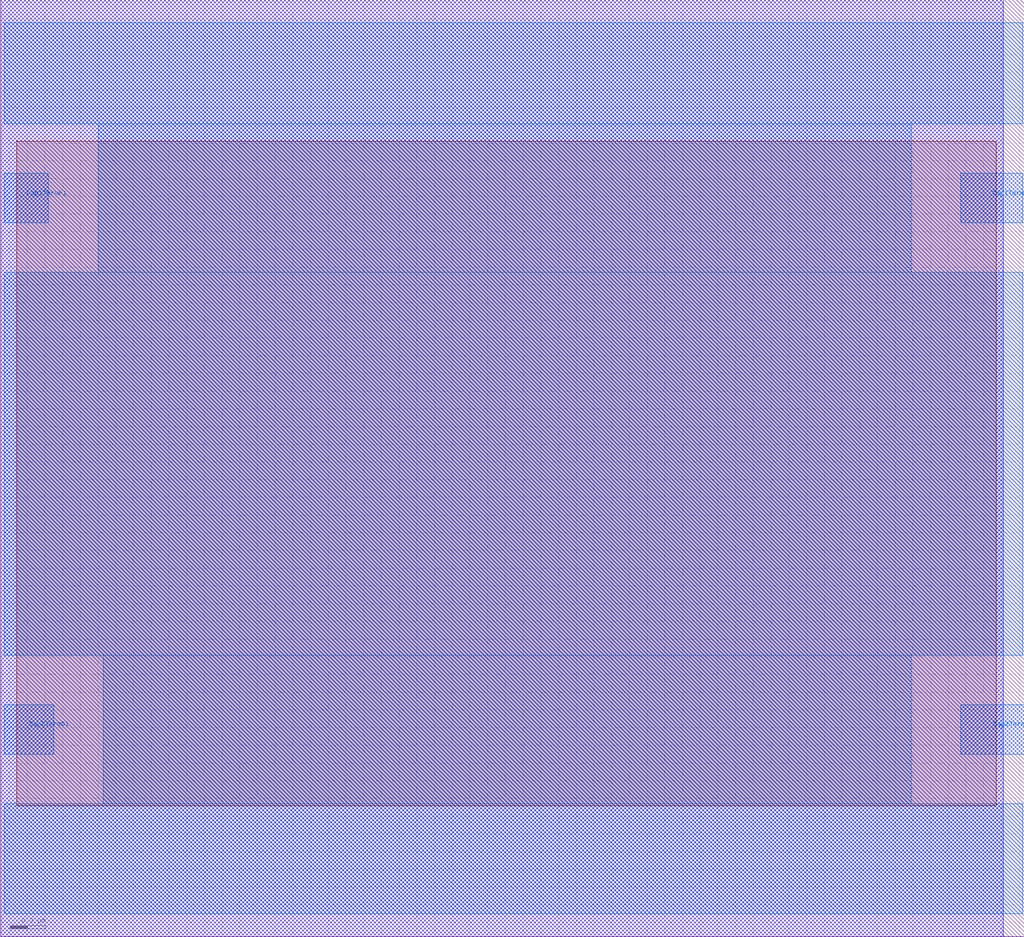
<source format=lef>
VERSION 5.7 ;
  NOWIREEXTENSIONATPIN ON ;
  DIVIDERCHAR "/" ;
  BUSBITCHARS "[]" ;
UNITS
  DATABASE MICRONS 200 ;
END UNITS

LAYER via2
  TYPE CUT ;
END via2

LAYER via
  TYPE CUT ;
END via

LAYER nwell
  TYPE MASTERSLICE ;
END nwell

LAYER via3
  TYPE CUT ;
END via3

LAYER pwell
  TYPE MASTERSLICE ;
END pwell

LAYER via4
  TYPE CUT ;
END via4

LAYER mcon
  TYPE CUT ;
END mcon

LAYER met6
  TYPE ROUTING ;
  WIDTH 0.030000 ;
  SPACING 0.040000 ;
  DIRECTION HORIZONTAL ;
END met6

LAYER met1
  TYPE ROUTING ;
  WIDTH 0.140000 ;
  SPACING 0.140000 ;
  DIRECTION HORIZONTAL ;
END met1

LAYER met3
  TYPE ROUTING ;
  WIDTH 0.300000 ;
  SPACING 0.300000 ;
  DIRECTION HORIZONTAL ;
END met3

LAYER met2
  TYPE ROUTING ;
  WIDTH 0.140000 ;
  SPACING 0.140000 ;
  DIRECTION HORIZONTAL ;
END met2

LAYER met4
  TYPE ROUTING ;
  WIDTH 0.300000 ;
  SPACING 0.300000 ;
  DIRECTION HORIZONTAL ;
END met4

LAYER met5
  TYPE ROUTING ;
  WIDTH 1.600000 ;
  SPACING 1.600000 ;
  DIRECTION HORIZONTAL ;
END met5

LAYER li1
  TYPE ROUTING ;
  WIDTH 0.170000 ;
  SPACING 0.170000 ;
  DIRECTION HORIZONTAL ;
END li1

MACRO sky130_hilas_capacitorSize04
  CLASS BLOCK ;
  FOREIGN sky130_hilas_capacitorSize04 ;
  ORIGIN -14.150 0.180 ;
  SIZE 5.780 BY 5.290 ;
  PIN Cap1Term02
    USE ANALOG ;
    PORT
      LAYER met2 ;
        RECT 19.570 3.850 19.920 4.130 ;
    END
  END Cap1Term02
  PIN Cap2Term02
    USE ANALOG ;
    PORT
      LAYER met2 ;
        RECT 19.570 0.850 19.930 1.130 ;
    END
  END Cap2Term02
  PIN Cap2Term01
    USE ANALOG ;
    PORT
      LAYER met2 ;
        RECT 14.170 0.850 14.450 1.130 ;
    END
  END Cap2Term01
  PIN Cap1Term01
    USE ANALOG ;
    PORT
      LAYER met2 ;
        RECT 14.170 3.850 14.420 4.130 ;
    END
  END Cap1Term01
  OBS
      LAYER met2 ;
        RECT 14.170 4.410 19.920 4.980 ;
        RECT 14.700 3.570 19.290 4.410 ;
        RECT 14.170 1.410 19.920 3.570 ;
        RECT 14.730 0.570 19.290 1.410 ;
        RECT 14.170 -0.050 19.920 0.570 ;
      LAYER met3 ;
        RECT 14.150 -0.180 19.810 5.110 ;
      LAYER met4 ;
        RECT 14.240 0.560 19.770 4.310 ;
  END
END sky130_hilas_capacitorSize04
END LIBRARY


</source>
